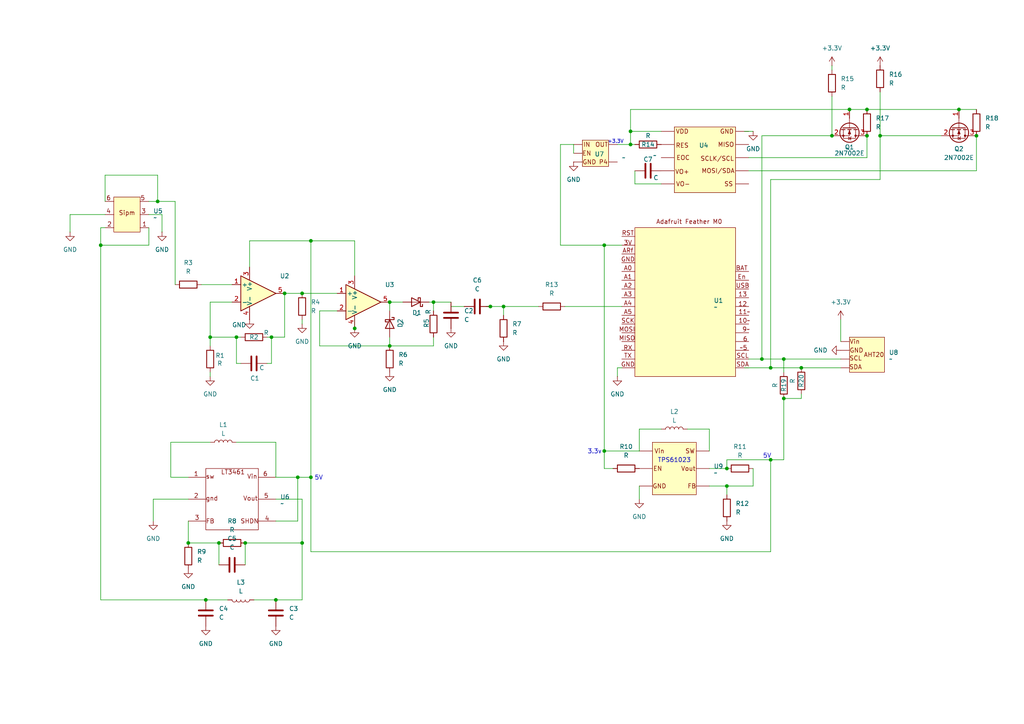
<source format=kicad_sch>
(kicad_sch (version 20231120) (generator "eeschema") (generator_version "8.0")
  (paper "A4")
  (title_block (title "Muonic") (date "2024-06-15"))
  (lib_symbols
    (symbol "Device:C" (pin_numbers hide) (pin_names (offset 0.254))
      (property "Reference" "C" (at 0.635 2.54 0))
      (property "Value" "C" (at 0.635 -2.54 0))
      (symbol "C_0_1"
        (polyline (pts (xy -2.032 -0.762) (xy 2.032 -0.762)) (stroke (width 0.508)))
        (polyline (pts (xy -2.032 0.762) (xy 2.032 0.762)) (stroke (width 0.508)))
      )
      (symbol "C_1_1"
        (pin passive line (at 0 3.81 270) (length 2.794) (name "~") (number "1"))
        (pin passive line (at 0 -3.81 90) (length 2.794) (name "~") (number "2"))
      )
    )
    (symbol "Device:L" (pin_numbers hide) (pin_names (offset 1.016) hide)
      (property "Reference" "L" (at -1.27 0 90))
      (property "Value" "L" (at 1.905 0 90))
      (symbol "L_0_1"
        (arc (start 0 -2.54) (mid 0.6323 -1.905) (end 0 -1.27))
        (arc (start 0 -1.27) (mid 0.6323 -0.635) (end 0 0))
        (arc (start 0 0) (mid 0.6323 0.635) (end 0 1.27))
        (arc (start 0 1.27) (mid 0.6323 1.905) (end 0 2.54))
      )
      (symbol "L_1_1"
        (pin passive line (at 0 3.81 270) (length 1.27) (name "1") (number "1"))
        (pin passive line (at 0 -3.81 90) (length 1.27) (name "2") (number "2"))
      )
    )
    (symbol "Device:R" (pin_numbers hide) (pin_names (offset 0))
      (property "Reference" "R" (at 2.032 0 90))
      (property "Value" "R" (at 0 0 90))
      (symbol "R_0_1"
        (rectangle (start -1.016 -2.54) (end 1.016 2.54) (stroke (width 0.254)))
      )
      (symbol "R_1_1"
        (pin passive line (at 0 3.81 270) (length 1.27) (name "~") (number "1"))
        (pin passive line (at 0 -3.81 90) (length 1.27) (name "~") (number "2"))
      )
    )
    (symbol "Diode:SB160" (pin_numbers hide) (pin_names (offset 1.016) hide)
      (property "Reference" "D" (at 0 2.54 0))
      (property "Value" "SB160" (at 0 -2.54 0))
      (symbol "SB160_0_1"
        (polyline (pts (xy 1.27 0) (xy -1.27 0)))
        (polyline (pts (xy 1.27 1.27) (xy 1.27 -1.27) (xy -1.27 0) (xy 1.27 1.27)) (stroke (width 0.254)))
        (polyline (pts (xy -1.905 0.635) (xy -1.905 1.27) (xy -1.27 1.27) (xy -1.27 -1.27) (xy -0.635 -1.27) (xy -0.635 -0.635)) (stroke (width 0.254)))
      )
      (symbol "SB160_1_1"
        (pin passive line (at -3.81 0 0) (length 2.54) (name "K") (number "1"))
        (pin passive line (at 3.81 0 180) (length 2.54) (name "A") (number "2"))
      )
    )
    (symbol "MuonDetector:AHT20"
      (property "Reference" "U" (at 2.794 -3.302 0))
      (symbol "AHT20_0_1"
        (polyline (pts (xy -3.81 -3.81) (xy -6.35 -3.81)))
        (polyline (pts (xy -3.81 -1.27) (xy -6.35 -1.27)))
        (polyline (pts (xy -3.81 1.27) (xy -6.35 1.27)))
        (polyline (pts (xy -3.81 3.81) (xy -6.35 3.81)))
      )
      (symbol "AHT20_1_1"
        (rectangle (start -3.81 5.08) (end 6.35 -5.08) (fill (type background)))
        (text "AHT20" (at 3.302 0 0) (effects (font (size 1.27 1.27))))
        (text "GND" (at -1.778 1.27 0) (effects (font (size 1.27 1.27))))
        (text "SCL" (at -2.032 -1.016 0) (effects (font (size 1.27 1.27))))
        (text "SDA" (at -2.032 -3.556 0) (effects (font (size 1.27 1.27))))
        (text "Vin" (at -2.286 3.81 0) (effects (font (size 1.27 1.27))))
      )
    )
    (symbol "MuonDetector:Adafruit_feather_M0"
      (property "Reference" "U" (at -1.016 1.524 0))
      (symbol "Adafruit_feather_M0_0_1"
        (polyline (pts (xy -3.81 -1.27) (xy -3.81 -1.27)))
        (polyline (pts (xy -3.81 2.54) (xy -3.81 2.54)))
      )
      (symbol "Adafruit_feather_M0_1_1"
        (rectangle (start -15.24 22.86) (end 13.97 -20.32) (fill (type color) (color 255 255 194 1)))
        (polyline (pts (xy -15.24 -17.78) (xy -19.05 -17.78)))
        (polyline (pts (xy -15.24 -15.24) (xy -19.05 -15.24)))
        (polyline (pts (xy -15.24 -12.7) (xy -19.05 -12.7)))
        (polyline (pts (xy -15.24 -10.16) (xy -19.05 -10.16)))
        (polyline (pts (xy -15.24 -7.62) (xy -19.05 -7.62)))
        (polyline (pts (xy -15.24 -5.08) (xy -19.05 -5.08)))
        (polyline (pts (xy -15.24 -2.54) (xy -19.05 -2.54)))
        (polyline (pts (xy -15.24 0) (xy -19.05 0)))
        (polyline (pts (xy -15.24 2.54) (xy -19.05 2.54)))
        (polyline (pts (xy -15.24 5.08) (xy -19.05 5.08)))
        (polyline (pts (xy -15.24 7.62) (xy -19.05 7.62)))
        (polyline (pts (xy -15.24 10.16) (xy -19.05 10.16)))
        (polyline (pts (xy -15.24 12.7) (xy -19.05 12.7)))
        (polyline (pts (xy -15.24 15.24) (xy -19.05 15.24)))
        (polyline (pts (xy -15.24 17.78) (xy -19.05 17.78)))
        (polyline (pts (xy -15.24 20.32) (xy -19.05 20.32)))
        (polyline (pts (xy 13.97 -17.78) (xy 17.78 -17.78)))
        (polyline (pts (xy 13.97 -15.24) (xy 17.78 -15.24)))
        (polyline (pts (xy 13.97 -12.7) (xy 17.78 -12.7)))
        (polyline (pts (xy 13.97 -10.16) (xy 17.78 -10.16)))
        (polyline (pts (xy 13.97 -7.62) (xy 17.78 -7.62)))
        (polyline (pts (xy 13.97 -5.08) (xy 17.78 -5.08)))
        (polyline (pts (xy 13.97 -2.54) (xy 17.78 -2.54)))
        (polyline (pts (xy 13.97 0) (xy 17.78 0)))
        (polyline (pts (xy 13.97 2.54) (xy 17.78 2.54)))
        (polyline (pts (xy 13.97 5.08) (xy 17.78 5.08)))
        (polyline (pts (xy 13.97 7.62) (xy 17.78 7.62)))
        (polyline (pts (xy 13.97 10.16) (xy 17.78 10.16)))
        (text "10~" (at 16.51 -4.064 0) (effects (font (size 1.27 1.27))))
        (text "11~" (at 16.51 -1.524 0) (effects (font (size 1.27 1.27))))
        (text "12" (at 16.002 0.762 0) (effects (font (size 1.27 1.27))))
        (text "13" (at 16.002 3.556 0) (effects (font (size 1.27 1.27))))
        (text "3V" (at -17.272 18.542 0) (effects (font (size 1.27 1.27))))
        (text "6" (at 16.764 -9.398 0) (effects (font (size 1.27 1.27))))
        (text "9~" (at 17.018 -6.604 0) (effects (font (size 1.27 1.27))))
        (text "A0" (at -17.272 11.176 0) (effects (font (size 1.27 1.27))))
        (text "A1" (at -17.272 8.636 0) (effects (font (size 1.27 1.27))))
        (text "A2" (at -17.272 6.096 0) (effects (font (size 1.27 1.27))))
        (text "A3" (at -17.272 3.556 0) (effects (font (size 1.27 1.27))))
        (text "A4" (at -17.272 1.016 0) (effects (font (size 1.27 1.27))))
        (text "A5" (at -17.272 -1.524 0) (effects (font (size 1.27 1.27))))
        (text "Adafruit Feather M0" (at 0.508 24.638 0) (effects (font (size 1.27 1.27))))
        (text "ARf" (at -17.272 16.256 0) (effects (font (size 1.27 1.27))))
        (text "BAT" (at 15.748 11.176 0) (effects (font (size 1.27 1.27))))
        (text "En" (at 15.748 8.636 0) (effects (font (size 1.27 1.27))))
        (text "GND" (at -17.272 -16.764 0) (effects (font (size 1.27 1.27))))
        (text "GND" (at -17.272 13.716 0) (effects (font (size 1.27 1.27))))
        (text "MISO" (at -17.526 -9.144 0) (effects (font (size 1.27 1.27))))
        (text "MOSI" (at -17.526 -6.604 0) (effects (font (size 1.27 1.27))))
        (text "RST" (at -17.272 21.336 0) (effects (font (size 1.27 1.27))))
        (text "RX" (at -17.272 -11.938 0) (effects (font (size 1.27 1.27))))
        (text "SCK" (at -17.272 -4.064 0) (effects (font (size 1.27 1.27))))
        (text "SCL" (at 16.002 -14.224 0) (effects (font (size 1.27 1.27))))
        (text "SDA" (at 16.002 -16.764 0) (effects (font (size 1.27 1.27))))
        (text "TX" (at -17.272 -14.224 0) (effects (font (size 1.27 1.27))))
        (text "USB" (at 16.002 6.096 0) (effects (font (size 1.27 1.27))))
        (text "~5" (at 16.256 -11.938 0) (effects (font (size 1.27 1.27))))
      )
    )
    (symbol "MuonDetector:LT3461"
      (property "Reference" "U" (at 0 0 0))
      (symbol "LT3461_0_1"
        (rectangle (start -7.62 8.89) (end 7.62 -8.89))
      )
      (symbol "LT3461_1_1"
        (polyline (pts (xy -7.62 -6.35) (xy -12.7 -6.35)))
        (polyline (pts (xy -7.62 0) (xy -12.7 0)))
        (polyline (pts (xy -7.62 6.35) (xy -12.7 6.35)))
        (polyline (pts (xy 7.62 -6.35) (xy 12.7 -6.35)))
        (polyline (pts (xy 7.62 0) (xy 12.7 0)))
        (polyline (pts (xy 7.62 6.35) (xy 12.7 6.35)))
        (text "1" (at -10.414 7.366 0) (effects (font (size 1.27 1.27))))
        (text "2" (at -10.414 1.016 0) (effects (font (size 1.27 1.27))))
        (text "3" (at -10.16 -5.334 0) (effects (font (size 1.27 1.27))))
        (text "4" (at 10.16 -5.588 0) (effects (font (size 1.27 1.27))))
        (text "5\n" (at 9.906 1.016 0) (effects (font (size 1.27 1.27))))
        (text "6" (at 9.652 7.366 0) (effects (font (size 1.27 1.27))))
        (text "FB" (at -6.35 -6.35 0) (effects (font (size 1.27 1.27))))
        (text "gnd" (at -5.842 0.254 0) (effects (font (size 1.27 1.27))))
        (text "LT3461" (at 0.254 7.874 0) (effects (font (size 1.27 1.27))))
        (text "SHDN" (at 5.08 -6.35 0) (effects (font (size 1.27 1.27))))
        (text "sw" (at -6.35 6.604 0) (effects (font (size 1.27 1.27))))
        (text "Vin" (at 5.842 6.604 0) (effects (font (size 1.27 1.27))))
        (text "Vout" (at 5.334 0.254 0) (effects (font (size 1.27 1.27))))
      )
    )
    (symbol "MuonDetector:MIC5225"
      (property "Reference" "U" (at 0 0.508 0))
      (symbol "MIC5225_0_1"
        (polyline (pts (xy -3.81 -2.54) (xy -6.35 -2.54)))
        (polyline (pts (xy -3.81 0) (xy -6.35 0)))
        (polyline (pts (xy -3.81 2.54) (xy -6.35 2.54)))
        (polyline (pts (xy 3.81 -2.54) (xy 6.35 -2.54)))
        (polyline (pts (xy 3.81 2.54) (xy 6.35 2.54)))
      )
      (symbol "MIC5225_1_1"
        (rectangle (start -3.81 3.81) (end 3.81 -3.81) (fill (type background)))
        (text "EN" (at -2.54 0 0) (effects (font (size 1.27 1.27))))
        (text "GND" (at -1.778 -2.54 0) (effects (font (size 1.27 1.27))))
        (text "IN" (at -2.54 2.54 0) (effects (font (size 1.27 1.27))))
        (text "OUT\n" (at 1.778 2.54 0) (effects (font (size 1.27 1.27))))
        (text "P4" (at 2.286 -2.54 0) (effects (font (size 1.27 1.27))))
      )
    )
    (symbol "MuonDetector:MPR_Pressure_sensor"
      (property "Reference" "U" (at 0 7.874 0))
      (symbol "MPR_Pressure_sensor_0_1"
        (polyline (pts (xy -8.89 -8.89) (xy -12.7 -8.89)))
        (polyline (pts (xy -8.89 -5.08) (xy -12.7 -5.08)))
        (polyline (pts (xy -8.89 -1.27) (xy -12.7 -1.27)))
        (polyline (pts (xy -8.89 2.54) (xy -12.7 2.54)))
        (polyline (pts (xy -8.89 6.35) (xy -12.7 6.35)))
        (polyline (pts (xy 8.89 -8.89) (xy 12.7 -8.89)))
        (polyline (pts (xy 8.89 -5.08) (xy 12.7 -5.08)))
        (polyline (pts (xy 8.89 -1.27) (xy 12.7 -1.27)))
        (polyline (pts (xy 8.89 2.54) (xy 12.7 2.54)))
        (polyline (pts (xy 8.89 6.35) (xy 12.7 6.35)))
      )
      (symbol "MPR_Pressure_sensor_1_1"
        (rectangle (start -8.89 8.89) (end 8.89 -10.16) (fill (type background)))
        (text "EOC" (at 6.35 -1.27 0) (effects (font (size 1.27 1.27))))
        (text "GND" (at -6.35 -8.89 0) (effects (font (size 1.27 1.27))))
        (text "MISO" (at -6.096 -5.08 0) (effects (font (size 1.27 1.27))))
        (text "MOSI/SDA" (at -3.81 2.54 0) (effects (font (size 1.27 1.27))))
        (text "RES" (at 6.604 -4.826 0) (effects (font (size 1.27 1.27))))
        (text "SCLK/SCL" (at -3.556 -1.016 0) (effects (font (size 1.27 1.27))))
        (text "SS" (at -6.858 6.35 0) (effects (font (size 1.27 1.27))))
        (text "VDD" (at 6.604 -8.89 0) (effects (font (size 1.27 1.27))))
        (text "VO+" (at 6.604 2.794 0) (effects (font (size 1.27 1.27))))
        (text "VO-\n" (at 6.35 6.35 0) (effects (font (size 1.27 1.27))))
      )
    )
    (symbol "MuonDetector:Sipm"
      (property "Reference" "U" (at 1.27 4.826 0))
      (symbol "Sipm_0_1"
        (polyline (pts (xy -2.54 -2.54) (xy -5.08 -2.54)))
        (polyline (pts (xy -2.54 1.27) (xy -5.08 1.27)))
        (polyline (pts (xy -2.54 5.08) (xy -5.08 5.08)))
        (polyline (pts (xy 5.08 -2.54) (xy 7.62 -2.54)))
        (polyline (pts (xy 5.08 1.27) (xy 7.62 1.27)))
        (polyline (pts (xy 5.08 5.08) (xy 7.62 5.08)))
      )
      (symbol "Sipm_1_1"
        (rectangle (start -2.54 6.35) (end 5.08 -3.81) (fill (type background)))
        (text "1" (at 6.35 -1.524 0) (effects (font (size 1.27 1.27))))
        (text "2" (at -3.81 -1.524 0) (effects (font (size 1.27 1.27))))
        (text "3" (at 6.096 2.286 0) (effects (font (size 1.27 1.27))))
        (text "4" (at -4.064 2.286 0) (effects (font (size 1.27 1.27))))
        (text "5" (at 5.842 6.096 0) (effects (font (size 1.27 1.27))))
        (text "6" (at -4.064 6.096 0) (effects (font (size 1.27 1.27))))
        (text "Sipm" (at 1.27 1.778 0) (effects (font (size 1.27 1.27))))
      )
    )
    (symbol "MuonDetector:TPS61023"
      (property "Reference" "U" (at 0 0 0))
      (symbol "TPS61023_0_1"
        (polyline (pts (xy -6.35 -5.08) (xy -10.16 -5.08)))
        (polyline (pts (xy -6.35 0) (xy -10.16 0)))
        (polyline (pts (xy -6.35 5.08) (xy -10.16 5.08)))
        (polyline (pts (xy 6.35 -5.08) (xy 10.16 -5.08)))
        (polyline (pts (xy 6.35 0) (xy 10.16 0)))
        (polyline (pts (xy 6.35 5.08) (xy 10.16 5.08)))
      )
      (symbol "TPS61023_1_1"
        (rectangle (start -6.35 7.62) (end 6.35 -7.62) (fill (type background)))
        (text "EN" (at -4.826 0 0) (effects (font (size 1.27 1.27))))
        (text "FB" (at 5.08 -5.08 0) (effects (font (size 1.27 1.27))))
        (text "GND" (at -4.318 -5.08 0) (effects (font (size 1.27 1.27))))
        (text "SW" (at 4.572 5.08 0) (effects (font (size 1.27 1.27))))
        (text "Vin" (at -4.318 5.08 0) (effects (font (size 1.27 1.27))))
        (text "Vout" (at 4.064 0 0) (effects (font (size 1.27 1.27))))
      )
    )
    (symbol "Simulation_SPICE:OPAMP" (pin_names (offset 0.254))
      (property "Reference" "U" (at 3.81 3.175 0))
      (property "Value" "${SIM.PARAMS}" (at 3.81 -3.175 0))
      (symbol "OPAMP_0_1"
        (polyline (pts (xy 5.08 0) (xy -5.08 5.08) (xy -5.08 -5.08) (xy 5.08 0)) (stroke (width 0.254)) (fill (type background)))
      )
      (symbol "OPAMP_1_1"
        (pin input line (at -7.62 2.54 0) (length 2.54) (name "+") (number "1"))
        (pin input line (at -7.62 -2.54 0) (length 2.54) (name "-") (number "2"))
        (pin power_in line (at -2.54 7.62 270) (length 3.81) (name "V+") (number "3"))
        (pin power_in line (at -2.54 -7.62 90) (length 3.81) (name "V-") (number "4"))
        (pin output line (at 7.62 0 180) (length 2.54) (name "~") (number "5"))
      )
    )
    (symbol "Transistor_FET:2N7002E" (pin_names hide)
      (property "Reference" "Q" (at 5.08 1.905 0))
      (property "Value" "2N7002E" (at 5.08 0 0))
      (symbol "2N7002E_0_1"
        (polyline (pts (xy 0.254 0) (xy -2.54 0)))
        (polyline (pts (xy 0.254 1.905) (xy 0.254 -1.905)) (stroke (width 0.254)))
        (polyline (pts (xy 0.762 -1.27) (xy 0.762 -2.286)) (stroke (width 0.254)))
        (polyline (pts (xy 0.762 0.508) (xy 0.762 -0.508)) (stroke (width 0.254)))
        (polyline (pts (xy 0.762 2.286) (xy 0.762 1.27)) (stroke (width 0.254)))
        (polyline (pts (xy 2.54 2.54) (xy 2.54 1.778)))
        (polyline (pts (xy 2.54 -2.54) (xy 2.54 0) (xy 0.762 0)))
        (polyline (pts (xy 0.762 -1.778) (xy 3.302 -1.778) (xy 3.302 1.778) (xy 0.762 1.778)))
        (polyline (pts (xy 1.016 0) (xy 2.032 0.381) (xy 2.032 -0.381) (xy 1.016 0)) (fill (type outline)))
        (polyline (pts (xy 2.794 0.508) (xy 2.921 0.381) (xy 3.683 0.381) (xy 3.81 0.254)))
        (polyline (pts (xy 3.302 0.381) (xy 2.921 -0.254) (xy 3.683 -0.254) (xy 3.302 0.381)))
        (circle (center 1.651 0) (radius 2.794) (stroke (width 0.254)))
        (circle (center 2.54 -1.778) (radius 0.254) (fill (type outline)))
        (circle (center 2.54 1.778) (radius 0.254) (fill (type outline)))
      )
      (symbol "2N7002E_1_1"
        (pin input line (at -5.08 0 0) (length 2.54) (name "G") (number "1"))
        (pin passive line (at 2.54 -5.08 90) (length 2.54) (name "S") (number "2"))
        (pin passive line (at 2.54 5.08 270) (length 2.54) (name "D") (number "3"))
      )
    )
    (symbol "power:+3.3V" (power) (pin_numbers hide) (pin_names (offset 0) hide)
      (property "Value" "+3.3V" (at 0 3.556 0))
      (symbol "+3.3V_0_1"
        (polyline (pts (xy -0.762 1.27) (xy 0 2.54)))
        (polyline (pts (xy 0 0) (xy 0 2.54)))
        (polyline (pts (xy 0 2.54) (xy 0.762 1.27)))
      )
      (symbol "+3.3V_1_1"
        (pin power_in line (at 0 0 90) (length 0) (name "~") (number "1"))
      )
    )
    (symbol "power:GND" (power) (pin_numbers hide) (pin_names (offset 0) hide)
      (property "Value" "GND" (at 0 -3.81 0))
      (symbol "GND_0_1"
        (polyline (pts (xy 0 0) (xy 0 -1.27) (xy 1.27 -1.27) (xy 0 -2.54) (xy -1.27 -1.27) (xy 0 -1.27)))
      )
      (symbol "GND_1_1"
        (pin power_in line (at 0 0 270) (length 0) (name "~") (number "1"))
      )
    )
  )
  (junction (at 251.46 39.37))
  (junction (at 251.46 31.75))
  (junction (at 90.17 138.43))
  (junction (at 78.74 97.79))
  (junction (at 60.96 97.79))
  (junction (at 255.27 39.37))
  (junction (at 90.17 69.85))
  (junction (at 175.26 130.81))
  (junction (at 241.3 39.37))
  (junction (at 125.73 87.63))
  (junction (at 59.69 173.99))
  (junction (at 29.21 71.12))
  (junction (at 86.36 138.43))
  (junction (at 71.12 157.48))
  (junction (at 227.33 115.57))
  (junction (at 232.41 106.68))
  (junction (at 146.05 88.9))
  (junction (at 80.01 173.99))
  (junction (at 102.87 95.25))
  (junction (at 142.24 88.9))
  (junction (at 175.26 71.12))
  (junction (at 210.82 135.89))
  (junction (at 87.63 157.48))
  (junction (at 113.03 87.63))
  (junction (at 278.13 31.75))
  (junction (at 182.88 38.1))
  (junction (at 63.5 157.48))
  (junction (at 210.82 140.97))
  (junction (at 283.21 39.37))
  (junction (at 45.72 58.42))
  (junction (at 82.55 85.09))
  (junction (at 223.52 106.68))
  (junction (at 220.98 104.14))
  (junction (at 182.88 41.91))
  (junction (at 54.61 157.48))
  (junction (at 223.52 133.35))
  (junction (at 68.58 97.79))
  (junction (at 246.38 31.75))
  (junction (at 227.33 104.14))
  (junction (at 87.63 85.09))
  (junction (at 113.03 100.33))
  (wire (pts (xy 179.07 41.91) (xy 182.88 41.91)))
  (wire (pts (xy 255.27 39.37) (xy 255.27 52.07)))
  (wire (pts (xy 90.17 69.85) (xy 90.17 138.43)))
  (wire (pts (xy 80.01 138.43) (xy 80.01 128.27)))
  (wire (pts (xy 125.73 97.79) (xy 125.73 100.33)))
  (wire (pts (xy 223.52 52.07) (xy 223.52 106.68)))
  (wire (pts (xy 241.3 19.05) (xy 241.3 20.32)))
  (wire (pts (xy 255.27 39.37) (xy 273.05 39.37)))
  (wire (pts (xy 251.46 31.75) (xy 278.13 31.75)))
  (wire (pts (xy 30.48 58.42) (xy 30.48 50.8)))
  (wire (pts (xy 54.61 144.78) (xy 44.45 144.78)))
  (wire (pts (xy 78.74 105.41) (xy 78.74 97.79)))
  (wire (pts (xy 175.26 135.89) (xy 175.26 130.81)))
  (wire (pts (xy 146.05 88.9) (xy 156.21 88.9)))
  (wire (pts (xy 162.56 41.91) (xy 162.56 71.12)))
  (wire (pts (xy 232.41 106.68) (xy 243.84 106.68)))
  (wire (pts (xy 87.63 85.09) (xy 97.79 85.09)))
  (wire (pts (xy 80.01 173.99) (xy 87.63 173.99)))
  (wire (pts (xy 45.72 58.42) (xy 50.8 58.42)))
  (wire (pts (xy 72.39 77.47) (xy 72.39 69.85)))
  (wire (pts (xy 49.53 138.43) (xy 54.61 138.43)))
  (wire (pts (xy 72.39 69.85) (xy 90.17 69.85)))
  (wire (pts (xy 86.36 151.13) (xy 86.36 138.43)))
  (wire (pts (xy 20.32 62.23) (xy 20.32 67.31)))
  (wire (pts (xy 223.52 106.68) (xy 232.41 106.68)))
  (wire (pts (xy 185.42 140.97) (xy 185.42 144.78)))
  (wire (pts (xy 80.01 144.78) (xy 87.63 144.78)))
  (wire (pts (xy 205.74 124.46) (xy 205.74 130.81)))
  (wire (pts (xy 162.56 41.91) (xy 166.37 41.91)))
  (wire (pts (xy 223.52 160.02) (xy 90.17 160.02)))
  (wire (pts (xy 182.88 31.75) (xy 246.38 31.75)))
  (wire (pts (xy 255.27 26.67) (xy 255.27 39.37)))
  (wire (pts (xy 90.17 160.02) (xy 90.17 138.43)))
  (wire (pts (xy 68.58 97.79) (xy 60.96 97.79)))
  (wire (pts (xy 210.82 133.35) (xy 223.52 133.35)))
  (wire (pts (xy 29.21 66.04) (xy 30.48 66.04)))
  (wire (pts (xy 205.74 140.97) (xy 210.82 140.97)))
  (wire (pts (xy 163.83 88.9) (xy 180.34 88.9)))
  (wire (pts (xy 220.98 39.37) (xy 220.98 104.14)))
  (wire (pts (xy 142.24 88.9) (xy 146.05 88.9)))
  (wire (pts (xy 43.18 66.04) (xy 43.18 71.12)))
  (wire (pts (xy 255.27 52.07) (xy 223.52 52.07)))
  (wire (pts (xy 80.01 151.13) (xy 86.36 151.13)))
  (wire (pts (xy 217.17 45.72) (xy 251.46 45.72)))
  (wire (pts (xy 205.74 135.89) (xy 210.82 135.89)))
  (wire (pts (xy 92.71 100.33) (xy 113.03 100.33)))
  (wire (pts (xy 215.9 106.68) (xy 223.52 106.68)))
  (wire (pts (xy 241.3 39.37) (xy 220.98 39.37)))
  (wire (pts (xy 227.33 104.14) (xy 243.84 104.14)))
  (wire (pts (xy 146.05 88.9) (xy 146.05 91.44)))
  (wire (pts (xy 30.48 50.8) (xy 45.72 50.8)))
  (wire (pts (xy 82.55 85.09) (xy 87.63 85.09)))
  (wire (pts (xy 113.03 97.79) (xy 113.03 100.33)))
  (wire (pts (xy 251.46 45.72) (xy 251.46 39.37)))
  (wire (pts (xy 227.33 133.35) (xy 223.52 133.35)))
  (wire (pts (xy 71.12 157.48) (xy 71.12 163.83)))
  (wire (pts (xy 60.96 87.63) (xy 67.31 87.63)))
  (wire (pts (xy 182.88 31.75) (xy 182.88 38.1)))
  (wire (pts (xy 68.58 97.79) (xy 68.58 105.41)))
  (wire (pts (xy 140.97 88.9) (xy 142.24 88.9)))
  (wire (pts (xy 113.03 100.33) (xy 125.73 100.33)))
  (wire (pts (xy 232.41 114.3) (xy 232.41 115.57)))
  (wire (pts (xy 227.33 115.57) (xy 227.33 133.35)))
  (wire (pts (xy 246.38 31.75) (xy 251.46 31.75)))
  (wire (pts (xy 210.82 135.89) (xy 210.82 133.35)))
  (wire (pts (xy 217.17 49.53) (xy 283.21 49.53)))
  (wire (pts (xy 90.17 69.85) (xy 102.87 69.85)))
  (wire (pts (xy 49.53 128.27) (xy 60.96 128.27)))
  (wire (pts (xy 217.17 104.14) (xy 220.98 104.14)))
  (wire (pts (xy 175.26 130.81) (xy 175.26 71.12)))
  (wire (pts (xy 43.18 71.12) (xy 29.21 71.12)))
  (wire (pts (xy 29.21 71.12) (xy 29.21 66.04)))
  (wire (pts (xy 210.82 140.97) (xy 210.82 143.51)))
  (wire (pts (xy 177.8 135.89) (xy 175.26 135.89)))
  (wire (pts (xy 29.21 173.99) (xy 29.21 71.12)))
  (wire (pts (xy 278.13 31.75) (xy 283.21 31.75)))
  (wire (pts (xy 71.12 157.48) (xy 87.63 157.48)))
  (wire (pts (xy 54.61 157.48) (xy 63.5 157.48)))
  (wire (pts (xy 68.58 105.41) (xy 69.85 105.41)))
  (wire (pts (xy 218.44 135.89) (xy 218.44 140.97)))
  (wire (pts (xy 92.71 90.17) (xy 97.79 90.17)))
  (wire (pts (xy 87.63 92.71) (xy 87.63 93.98)))
  (wire (pts (xy 220.98 104.14) (xy 227.33 104.14)))
  (wire (pts (xy 125.73 87.63) (xy 130.81 87.63)))
  (wire (pts (xy 59.69 173.99) (xy 66.04 173.99)))
  (wire (pts (xy 182.88 38.1) (xy 182.88 41.91)))
  (wire (pts (xy 223.52 133.35) (xy 223.52 160.02)))
  (wire (pts (xy 87.63 144.78) (xy 87.63 157.48)))
  (wire (pts (xy 175.26 71.12) (xy 180.34 71.12)))
  (wire (pts (xy 130.81 88.9) (xy 134.62 88.9)))
  (wire (pts (xy 78.74 97.79) (xy 82.55 97.79)))
  (wire (pts (xy 184.15 49.53) (xy 184.15 53.34)))
  (wire (pts (xy 73.66 173.99) (xy 80.01 173.99)))
  (wire (pts (xy 43.18 62.23) (xy 46.99 62.23)))
  (wire (pts (xy 179.07 109.22) (xy 179.07 106.68)))
  (wire (pts (xy 92.71 90.17) (xy 92.71 100.33)))
  (wire (pts (xy 102.87 92.71) (xy 102.87 95.25)))
  (wire (pts (xy 102.87 80.01) (xy 102.87 69.85)))
  (wire (pts (xy 54.61 151.13) (xy 54.61 157.48)))
  (wire (pts (xy 179.07 106.68) (xy 180.34 106.68)))
  (wire (pts (xy 191.77 124.46) (xy 185.42 124.46)))
  (wire (pts (xy 59.69 173.99) (xy 29.21 173.99)))
  (wire (pts (xy 60.96 107.95) (xy 60.96 109.22)))
  (wire (pts (xy 87.63 157.48) (xy 87.63 173.99)))
  (wire (pts (xy 80.01 138.43) (xy 86.36 138.43)))
  (wire (pts (xy 78.74 97.79) (xy 77.47 97.79)))
  (wire (pts (xy 182.88 38.1) (xy 191.77 38.1)))
  (wire (pts (xy 60.96 87.63) (xy 60.96 97.79)))
  (wire (pts (xy 227.33 104.14) (xy 227.33 107.95)))
  (wire (pts (xy 199.39 124.46) (xy 205.74 124.46)))
  (wire (pts (xy 69.85 97.79) (xy 68.58 97.79)))
  (wire (pts (xy 90.17 138.43) (xy 86.36 138.43)))
  (wire (pts (xy 182.88 41.91) (xy 184.15 41.91)))
  (wire (pts (xy 113.03 87.63) (xy 116.84 87.63)))
  (wire (pts (xy 82.55 97.79) (xy 82.55 85.09)))
  (wire (pts (xy 77.47 105.41) (xy 78.74 105.41)))
  (wire (pts (xy 46.99 67.31) (xy 46.99 62.23)))
  (wire (pts (xy 43.18 58.42) (xy 45.72 58.42)))
  (wire (pts (xy 215.9 38.1) (xy 218.44 38.1)))
  (wire (pts (xy 166.37 41.91) (xy 166.37 44.45)))
  (wire (pts (xy 45.72 50.8) (xy 45.72 58.42)))
  (wire (pts (xy 50.8 58.42) (xy 50.8 82.55)))
  (wire (pts (xy 124.46 87.63) (xy 125.73 87.63)))
  (wire (pts (xy 49.53 128.27) (xy 49.53 138.43)))
  (wire (pts (xy 162.56 71.12) (xy 175.26 71.12)))
  (wire (pts (xy 232.41 115.57) (xy 227.33 115.57)))
  (wire (pts (xy 44.45 144.78) (xy 44.45 151.13)))
  (wire (pts (xy 60.96 97.79) (xy 60.96 100.33)))
  (wire (pts (xy 218.44 140.97) (xy 210.82 140.97)))
  (wire (pts (xy 113.03 90.17) (xy 113.03 87.63)))
  (wire (pts (xy 63.5 157.48) (xy 63.5 163.83)))
  (wire (pts (xy 175.26 130.81) (xy 185.42 130.81)))
  (wire (pts (xy 243.84 92.71) (xy 243.84 99.06)))
  (wire (pts (xy 30.48 62.23) (xy 20.32 62.23)))
  (wire (pts (xy 58.42 82.55) (xy 67.31 82.55)))
  (wire (pts (xy 68.58 128.27) (xy 80.01 128.27)))
  (wire (pts (xy 283.21 49.53) (xy 283.21 39.37)))
  (wire (pts (xy 125.73 87.63) (xy 125.73 90.17)))
  (wire (pts (xy 241.3 27.94) (xy 241.3 39.37)))
  (wire (pts (xy 184.15 53.34) (xy 191.77 53.34)))
  (wire (pts (xy 185.42 124.46) (xy 185.42 130.81)))
  (text "3.3v" (at 172.466 131.064 0) (effects (font (size 1.27 1.27))))
  (text "5V" (at 222.504 132.334 0) (effects (font (size 1.27 1.27))))
  (text "TPS61023" (at 195.58 133.604 0) (effects (font (size 1.27 1.27))))
  (text "+3.3V" (at 178.562 41.148 0) (effects (font (size 1.016 1.016))))
  (text "5V" (at 92.456 138.684 0) (effects (font (size 1.27 1.27))))
  (symbol (lib_id "Device:R") (at 210.82 147.32 0) (unit 1)
    (property "Reference" "R12" (at 213.36 146.0499 0) (effects (justify left)))
    (property "Value" "R" (at 213.36 148.5899 0) (effects (justify left)))
    (property "Description" "Resistor" (effects (hide yes)))
  )
  (symbol (lib_id "Diode:SB160") (at 113.03 93.98 270) (unit 1)
    (property "Reference" "D2" (at 116.078 93.726 0))
    (property "Value" "~" (at 116.84 93.6625 0))
    (property "Footprint" "Diode_THT:D_DO-41_SOD81_P10.16mm_Horizontal" (effects (hide yes)))
    (property "Datasheet" "http://www.diodes.com/_files/datasheets/ds23022.pdf" (effects (hide yes)))
    (property "Description" "60V 1A Schottky Barrier Rectifier Diode, DO-41" (effects (hide yes)))
  )
  (symbol (lib_id "MuonDetector:TPS61023") (at 195.58 135.89 0) (unit 1)
    (property "Reference" "U9" (at 207.01 135.2549 0) (effects (justify left)))
    (property "Value" "~" (at 207.01 137.16 0) (effects (justify left)))
  )
  (symbol (lib_id "MuonDetector:LT3461") (at 67.31 144.78 0) (unit 1)
    (property "Reference" "U6" (at 81.28 144.1421 0) (effects (justify left)))
    (property "Value" "~" (at 81.28 146.0472 0) (effects (justify left)))
  )
  (symbol (lib_id "power:GND") (at 87.63 93.98 0) (unit 1)
    (property "Reference" "#PWR03" (effects (hide yes)))
    (property "Value" "GND" (at 87.63 99.06 0))
    (property "Description" "Power symbol creates a global label with name \"GND\" , ground" (effects (hide yes)))
  )
  (symbol (lib_id "power:GND") (at 20.32 67.31 0) (unit 1)
    (property "Reference" "#PWR011" (effects (hide yes)))
    (property "Value" "GND" (at 20.32 72.39 0))
    (property "Description" "Power symbol creates a global label with name \"GND\" , ground" (effects (hide yes)))
  )
  (symbol (lib_id "MuonDetector:Adafruit_feather_M0") (at 199.39 88.9 0) (unit 1)
    (property "Reference" "U1" (at 207.01 87.1715 0) (effects (justify left)))
    (property "Value" "~" (at 207.01 89.0766 0) (effects (justify left)))
  )
  (symbol (lib_id "Device:R") (at 54.61 161.29 0) (unit 1)
    (property "Reference" "R9" (at 57.15 160.0199 0) (effects (justify left)))
    (property "Value" "R" (at 57.15 162.5599 0) (effects (justify left)))
    (property "Description" "Resistor" (effects (hide yes)))
  )
  (symbol (lib_id "Device:R") (at 181.61 135.89 90) (unit 1)
    (property "Reference" "R10" (at 181.61 129.54 90))
    (property "Value" "R" (at 181.61 132.08 90))
    (property "Description" "Resistor" (effects (hide yes)))
  )
  (symbol (lib_id "power:+3.3V") (at 243.84 92.71 0) (unit 1)
    (property "Reference" "#PWR021" (effects (hide yes)))
    (property "Value" "+3.3V" (at 243.84 87.63 0))
    (property "Description" "Power symbol creates a global label with name \"+3.3V\"" (effects (hide yes)))
  )
  (symbol (lib_id "Device:R") (at 227.33 111.76 0) (unit 1)
    (property "Reference" "R19" (at 227.33 111.76 90))
    (property "Value" "R" (at 224.79 111.76 90))
    (property "Description" "Resistor" (effects (hide yes)))
  )
  (symbol (lib_id "Device:C") (at 187.96 49.53 270) (unit 1)
    (property "Reference" "C7" (at 187.96 46.228 90))
    (property "Value" "C" (at 190.246 51.562 90))
    (property "Description" "Unpolarized capacitor" (effects (hide yes)))
  )
  (symbol (lib_id "Device:R") (at 232.41 110.49 0) (unit 1)
    (property "Reference" "R20" (at 232.41 110.49 90))
    (property "Value" "R" (at 229.87 110.49 90))
    (property "Description" "Resistor" (effects (hide yes)))
  )
  (symbol (lib_id "Simulation_SPICE:OPAMP") (at 74.93 85.09 0) (unit 1)
    (property "Reference" "U2" (at 82.55 80.0414 0))
    (property "Value" "${SIM.PARAMS}" (at 82.55 81.9465 0))
    (property "Datasheet" "https://ngspice.sourceforge.io/docs/ngspice-html-manual/manual.xhtml#sec__SUBCKT_Subcircuits" (effects (hide yes)))
    (property "Description" "Operational amplifier, single, node sequence=1:+ 2:- 3:OUT 4:V+ 5:V-" (effects (hide yes)))
    (property "Sim.Pins" "1=in+ 2=in- 3=vcc 4=vee 5=out" (effects (hide yes)))
    (property "Sim.Device" "SUBCKT" (effects (hide yes)))
    (property "Sim.Library" "${KICAD7_SYMBOL_DIR}/Simulation_SPICE.sp" (effects (hide yes)))
    (property "Sim.Name" "kicad_builtin_opamp" (effects (hide yes)))
  )
  (symbol (lib_id "Device:R") (at 251.46 35.56 180) (unit 1)
    (property "Reference" "R17" (at 254 34.2899 0) (effects (justify right)))
    (property "Value" "R" (at 254 36.8299 0) (effects (justify right)))
    (property "Description" "Resistor" (effects (hide yes)))
  )
  (symbol (lib_id "Device:R") (at 214.63 135.89 90) (unit 1)
    (property "Reference" "R11" (at 214.63 129.54 90))
    (property "Value" "R" (at 214.63 132.08 90))
    (property "Description" "Resistor" (effects (hide yes)))
  )
  (symbol (lib_id "Transistor_FET:2N7002E") (at 246.38 36.83 270) (unit 1)
    (property "Reference" "Q1" (at 246.38 42.672 90))
    (property "Value" "2N7002E" (at 246.38 44.45 90))
    (property "Footprint" "Package_TO_SOT_SMD:SOT-23" (effects (hide yes)))
    (property "Datasheet" "http://www.diodes.com/assets/Datasheets/ds30376.pdf" (effects (hide yes)))
    (property "Description" "0.24A Id, 60V Vds, N-Channel MOSFET, SOT-23" (effects (hide yes)))
  )
  (symbol (lib_id "power:GND") (at 72.39 92.71 0) (unit 1)
    (property "Reference" "#PWR01" (effects (hide yes)))
    (property "Value" "GND" (at 69.342 94.234 0))
    (property "Description" "Power symbol creates a global label with name \"GND\" , ground" (effects (hide yes)))
  )
  (symbol (lib_id "power:GND") (at 102.87 95.25 0) (unit 1)
    (property "Reference" "#PWR06" (effects (hide yes)))
    (property "Value" "GND" (at 102.87 100.33 0))
    (property "Description" "Power symbol creates a global label with name \"GND\" , ground" (effects (hide yes)))
  )
  (symbol (lib_id "Device:R") (at 255.27 22.86 180) (unit 1)
    (property "Reference" "R16" (at 257.81 21.5899 0) (effects (justify right)))
    (property "Value" "R" (at 257.81 24.1299 0) (effects (justify right)))
    (property "Description" "Resistor" (effects (hide yes)))
  )
  (symbol (lib_id "power:+3.3V") (at 241.3 19.05 0) (unit 1)
    (property "Reference" "#PWR019" (effects (hide yes)))
    (property "Value" "+3.3V" (at 241.3 13.97 0))
    (property "Description" "Power symbol creates a global label with name \"+3.3V\"" (effects (hide yes)))
  )
  (symbol (lib_id "Device:L") (at 64.77 128.27 90) (unit 1)
    (property "Reference" "L1" (at 64.77 123.19 90))
    (property "Value" "L" (at 64.77 125.73 90))
    (property "Description" "Inductor" (effects (hide yes)))
  )
  (symbol (lib_id "Device:R") (at 67.31 157.48 90) (unit 1)
    (property "Reference" "R8" (at 67.31 151.13 90))
    (property "Value" "R" (at 67.31 153.67 90))
    (property "Description" "Resistor" (effects (hide yes)))
  )
  (symbol (lib_id "Device:L") (at 69.85 173.99 270) (unit 1)
    (property "Reference" "L3" (at 69.85 168.91 90))
    (property "Value" "L" (at 69.85 171.45 90))
    (property "Description" "Inductor" (effects (hide yes)))
  )
  (symbol (lib_id "Transistor_FET:2N7002E") (at 278.13 36.83 270) (unit 1)
    (property "Reference" "Q2" (at 278.13 43.18 90))
    (property "Value" "2N7002E" (at 278.13 45.72 90))
    (property "Footprint" "Package_TO_SOT_SMD:SOT-23" (effects (hide yes)))
    (property "Datasheet" "http://www.diodes.com/assets/Datasheets/ds30376.pdf" (effects (hide yes)))
    (property "Description" "0.24A Id, 60V Vds, N-Channel MOSFET, SOT-23" (effects (hide yes)))
  )
  (symbol (lib_id "Device:L") (at 195.58 124.46 90) (unit 1)
    (property "Reference" "L2" (at 195.58 119.38 90))
    (property "Value" "L" (at 195.58 121.92 90))
    (property "Description" "Inductor" (effects (hide yes)))
  )
  (symbol (lib_id "Device:R") (at 60.96 104.14 0) (unit 1)
    (property "Reference" "R1" (at 62.484 103.124 0) (effects (justify left)))
    (property "Value" "R" (at 62.992 105.41 0) (effects (justify left)))
    (property "Description" "Resistor" (effects (hide yes)))
  )
  (symbol (lib_id "MuonDetector:AHT20") (at 250.19 102.87 0) (unit 1)
    (property "Reference" "U8" (at 257.81 102.2349 0) (effects (justify left)))
    (property "Value" "~" (at 257.81 104.14 0) (effects (justify left)))
  )
  (symbol (lib_id "Device:R") (at 187.96 41.91 270) (unit 1)
    (property "Reference" "R14" (at 187.96 41.91 90))
    (property "Value" "R" (at 187.96 39.37 90))
    (property "Description" "Resistor" (effects (hide yes)))
  )
  (symbol (lib_id "power:GND") (at 243.84 101.6 270) (unit 1)
    (property "Reference" "#PWR022" (effects (hide yes)))
    (property "Value" "GND" (at 240.03 101.5999 90) (effects (justify right)))
    (property "Description" "Power symbol creates a global label with name \"GND\" , ground" (effects (hide yes)))
  )
  (symbol (lib_id "Device:R") (at 54.61 82.55 90) (unit 1)
    (property "Reference" "R3" (at 54.61 76.2 90))
    (property "Value" "R" (at 54.61 78.74 90))
    (property "Description" "Resistor" (effects (hide yes)))
  )
  (symbol (lib_id "Device:R") (at 113.03 104.14 0) (unit 1)
    (property "Reference" "R6" (at 115.57 102.8699 0) (effects (justify left)))
    (property "Value" "R" (at 115.57 105.4099 0) (effects (justify left)))
    (property "Description" "Resistor" (effects (hide yes)))
  )
  (symbol (lib_id "Device:R") (at 146.05 95.25 0) (unit 1)
    (property "Reference" "R7" (at 148.59 93.9799 0) (effects (justify left)))
    (property "Value" "R" (at 148.59 96.5199 0) (effects (justify left)))
    (property "Description" "Resistor" (effects (hide yes)))
  )
  (symbol (lib_id "power:+3.3V") (at 255.27 19.05 0) (unit 1)
    (property "Reference" "#PWR020" (effects (hide yes)))
    (property "Value" "+3.3V" (at 255.27 13.97 0))
    (property "Description" "Power symbol creates a global label with name \"+3.3V\"" (effects (hide yes)))
  )
  (symbol (lib_id "Device:R") (at 125.73 93.98 0) (unit 1)
    (property "Reference" "R5" (at 123.698 93.726 90))
    (property "Value" "R" (at 124.206 90.424 90))
    (property "Description" "Resistor" (effects (hide yes)))
  )
  (symbol (lib_id "MuonDetector:Sipm") (at 35.56 63.5 0) (unit 1)
    (property "Reference" "U5" (at 44.45 61.2111 0) (effects (justify left)))
    (property "Value" "~" (at 44.45 63.1162 0) (effects (justify left)))
  )
  (symbol (lib_id "power:GND") (at 166.37 46.99 0) (unit 1)
    (property "Reference" "#PWR016" (effects (hide yes)))
    (property "Value" "GND" (at 166.37 52.07 0))
    (property "Description" "Power symbol creates a global label with name \"GND\" , ground" (effects (hide yes)))
  )
  (symbol (lib_id "Device:R") (at 160.02 88.9 90) (unit 1)
    (property "Reference" "R13" (at 160.02 82.55 90))
    (property "Value" "R" (at 160.02 85.09 90))
    (property "Description" "Resistor" (effects (hide yes)))
  )
  (symbol (lib_id "Device:C") (at 138.43 88.9 90) (unit 1)
    (property "Reference" "C6" (at 138.43 81.28 90))
    (property "Value" "C" (at 138.43 83.82 90))
    (property "Description" "Unpolarized capacitor" (effects (hide yes)))
  )
  (symbol (lib_id "Device:C") (at 130.81 91.44 0) (unit 1)
    (property "Reference" "C2" (at 134.62 90.1699 0) (effects (justify left)))
    (property "Value" "C" (at 134.62 92.7099 0) (effects (justify left)))
    (property "Description" "Unpolarized capacitor" (effects (hide yes)))
  )
  (symbol (lib_id "power:GND") (at 46.99 67.31 0) (unit 1)
    (property "Reference" "#PWR012" (effects (hide yes)))
    (property "Value" "GND" (at 46.99 72.39 0))
    (property "Description" "Power symbol creates a global label with name \"GND\" , ground" (effects (hide yes)))
  )
  (symbol (lib_id "power:GND") (at 218.44 38.1 0) (unit 1)
    (property "Reference" "#PWR015" (effects (hide yes)))
    (property "Value" "GND" (at 218.44 43.18 0))
    (property "Description" "Power symbol creates a global label with name \"GND\" , ground" (effects (hide yes)))
  )
  (symbol (lib_id "Diode:SB160") (at 120.65 87.63 180) (unit 1)
    (property "Reference" "D1" (at 120.904 90.678 0))
    (property "Value" "~" (at 120.9675 91.44 0))
    (property "Footprint" "Diode_THT:D_DO-41_SOD81_P10.16mm_Horizontal" (effects (hide yes)))
    (property "Datasheet" "http://www.diodes.com/_files/datasheets/ds23022.pdf" (effects (hide yes)))
    (property "Description" "60V 1A Schottky Barrier Rectifier Diode, DO-41" (effects (hide yes)))
  )
  (symbol (lib_id "Device:C") (at 73.66 105.41 90) (unit 1)
    (property "Reference" "C1" (at 73.914 109.728 90))
    (property "Value" "C" (at 75.946 106.68 90))
    (property "Description" "Unpolarized capacitor" (effects (hide yes)))
  )
  (symbol (lib_id "power:GND") (at 185.42 144.78 0) (unit 1)
    (property "Reference" "#PWR017" (effects (hide yes)))
    (property "Value" "GND" (at 185.42 149.86 0))
    (property "Description" "Power symbol creates a global label with name \"GND\" , ground" (effects (hide yes)))
  )
  (symbol (lib_id "Device:R") (at 241.3 24.13 180) (unit 1)
    (property "Reference" "R15" (at 243.84 22.8599 0) (effects (justify right)))
    (property "Value" "R" (at 243.84 25.3999 0) (effects (justify right)))
    (property "Description" "Resistor" (effects (hide yes)))
  )
  (symbol (lib_id "MuonDetector:MIC5225") (at 172.72 44.45 0) (unit 1)
    (property "Reference" "U7" (at 172.466 44.704 0) (effects (justify left)))
    (property "Value" "~" (at 180.34 45.72 0) (effects (justify left)))
  )
  (symbol (lib_id "Simulation_SPICE:OPAMP") (at 105.41 87.63 0) (unit 1)
    (property "Reference" "U3" (at 113.03 82.5814 0))
    (property "Value" "${SIM.PARAMS}" (at 113.03 84.4865 0))
    (property "Datasheet" "https://ngspice.sourceforge.io/docs/ngspice-html-manual/manual.xhtml#sec__SUBCKT_Subcircuits" (effects (hide yes)))
    (property "Description" "Operational amplifier, single, node sequence=1:+ 2:- 3:OUT 4:V+ 5:V-" (effects (hide yes)))
    (property "Sim.Pins" "1=in+ 2=in- 3=vcc 4=vee 5=out" (effects (hide yes)))
    (property "Sim.Device" "SUBCKT" (effects (hide yes)))
    (property "Sim.Library" "${KICAD7_SYMBOL_DIR}/Simulation_SPICE.sp" (effects (hide yes)))
    (property "Sim.Name" "kicad_builtin_opamp" (effects (hide yes)))
  )
  (symbol (lib_id "power:GND") (at 130.81 95.25 0) (unit 1)
    (property "Reference" "#PWR05" (effects (hide yes)))
    (property "Value" "GND" (at 130.81 100.33 0))
    (property "Description" "Power symbol creates a global label with name \"GND\" , ground" (effects (hide yes)))
  )
  (symbol (lib_id "Device:R") (at 73.66 97.79 90) (unit 1)
    (property "Reference" "R2" (at 73.66 97.79 90))
    (property "Value" "R" (at 77.216 96.52 90))
    (property "Description" "Resistor" (effects (hide yes)))
  )
  (symbol (lib_id "power:GND") (at 113.03 107.95 0) (unit 1)
    (property "Reference" "#PWR04" (effects (hide yes)))
    (property "Value" "GND" (at 113.03 113.03 0))
    (property "Description" "Power symbol creates a global label with name \"GND\" , ground" (effects (hide yes)))
  )
  (symbol (lib_id "Device:C") (at 80.01 177.8 0) (unit 1)
    (property "Reference" "C3" (at 83.82 176.5299 0) (effects (justify left)))
    (property "Value" "C" (at 83.82 179.0699 0) (effects (justify left)))
    (property "Description" "Unpolarized capacitor" (effects (hide yes)))
  )
  (symbol (lib_id "power:GND") (at 59.69 181.61 0) (unit 1)
    (property "Reference" "#PWR09" (effects (hide yes)))
    (property "Value" "GND" (at 59.69 186.69 0))
    (property "Description" "Power symbol creates a global label with name \"GND\" , ground" (effects (hide yes)))
  )
  (symbol (lib_id "Device:R") (at 87.63 88.9 0) (unit 1)
    (property "Reference" "R4" (at 90.17 87.6299 0) (effects (justify left)))
    (property "Value" "R" (at 90.17 90.1699 0) (effects (justify left)))
    (property "Description" "Resistor" (effects (hide yes)))
  )
  (symbol (lib_id "Device:C") (at 67.31 163.83 90) (unit 1)
    (property "Reference" "C5" (at 67.31 156.21 90))
    (property "Value" "C" (at 67.31 158.75 90))
    (property "Description" "Unpolarized capacitor" (effects (hide yes)))
  )
  (symbol (lib_id "power:GND") (at 80.01 181.61 0) (unit 1)
    (property "Reference" "#PWR010" (effects (hide yes)))
    (property "Value" "GND" (at 80.01 186.69 0))
    (property "Description" "Power symbol creates a global label with name \"GND\" , ground" (effects (hide yes)))
  )
  (symbol (lib_id "power:GND") (at 44.45 151.13 0) (unit 1)
    (property "Reference" "#PWR013" (effects (hide yes)))
    (property "Value" "GND" (at 44.45 156.21 0))
    (property "Description" "Power symbol creates a global label with name \"GND\" , ground" (effects (hide yes)))
  )
  (symbol (lib_id "Device:R") (at 283.21 35.56 180) (unit 1)
    (property "Reference" "R18" (at 285.75 34.2899 0) (effects (justify right)))
    (property "Value" "R" (at 285.75 36.8299 0) (effects (justify right)))
    (property "Description" "Resistor" (effects (hide yes)))
  )
  (symbol (lib_id "power:GND") (at 60.96 109.22 0) (unit 1)
    (property "Reference" "#PWR02" (effects (hide yes)))
    (property "Value" "GND" (at 60.96 114.3 0))
    (property "Description" "Power symbol creates a global label with name \"GND\" , ground" (effects (hide yes)))
  )
  (symbol (lib_id "MuonDetector:MPR_Pressure_sensor") (at 204.47 46.99 180) (unit 1)
    (property "Reference" "U4" (at 205.486 42.164 0) (effects (justify left)))
    (property "Value" "~" (at 190.5 45.085 0) (effects (justify left)))
  )
  (symbol (lib_id "power:GND") (at 146.05 99.06 0) (unit 1)
    (property "Reference" "#PWR07" (effects (hide yes)))
    (property "Value" "GND" (at 146.05 104.14 0))
    (property "Description" "Power symbol creates a global label with name \"GND\" , ground" (effects (hide yes)))
  )
  (symbol (lib_id "power:GND") (at 179.07 109.22 0) (unit 1)
    (property "Reference" "#PWR014" (effects (hide yes)))
    (property "Value" "GND" (at 179.07 114.3 0))
    (property "Description" "Power symbol creates a global label with name \"GND\" , ground" (effects (hide yes)))
  )
  (symbol (lib_id "Device:C") (at 59.69 177.8 0) (unit 1)
    (property "Reference" "C4" (at 63.5 176.5299 0) (effects (justify left)))
    (property "Value" "C" (at 63.5 179.0699 0) (effects (justify left)))
    (property "Description" "Unpolarized capacitor" (effects (hide yes)))
  )
  (symbol (lib_id "power:GND") (at 210.82 151.13 0) (unit 1)
    (property "Reference" "#PWR018" (effects (hide yes)))
    (property "Value" "GND" (at 210.82 156.21 0))
    (property "Description" "Power symbol creates a global label with name \"GND\" , ground" (effects (hide yes)))
  )
  (symbol (lib_id "power:GND") (at 54.61 165.1 0) (unit 1)
    (property "Reference" "#PWR08" (effects (hide yes)))
    (property "Value" "GND" (at 54.61 170.18 0))
    (property "Description" "Power symbol creates a global label with name \"GND\" , ground" (effects (hide yes)))
  )
)
</source>
